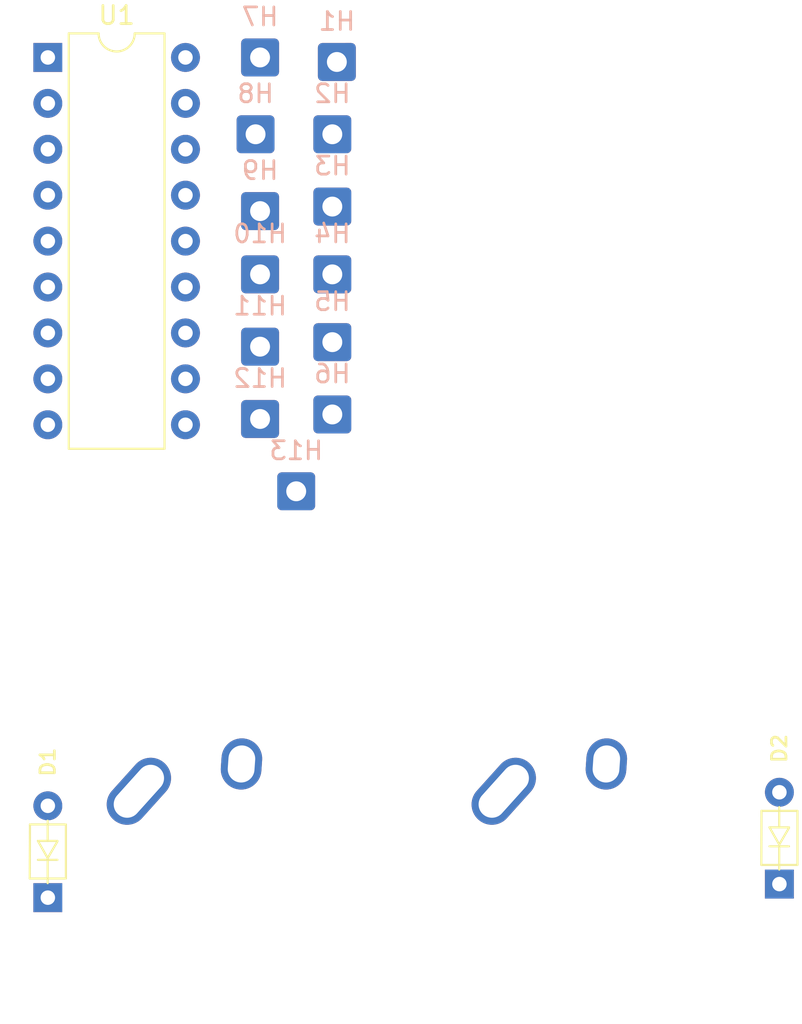
<source format=kicad_pcb>
(kicad_pcb (version 20171130) (host pcbnew "(5.1.6-0-10_14)")

  (general
    (thickness 1.6)
    (drawings 0)
    (tracks 0)
    (zones 0)
    (modules 18)
    (nets 19)
  )

  (page A4)
  (layers
    (0 F.Cu signal)
    (31 B.Cu signal)
    (32 B.Adhes user)
    (33 F.Adhes user)
    (34 B.Paste user)
    (35 F.Paste user)
    (36 B.SilkS user)
    (37 F.SilkS user)
    (38 B.Mask user)
    (39 F.Mask user)
    (40 Dwgs.User user)
    (41 Cmts.User user)
    (42 Eco1.User user)
    (43 Eco2.User user)
    (44 Edge.Cuts user)
    (45 Margin user)
    (46 B.CrtYd user)
    (47 F.CrtYd user)
    (48 B.Fab user hide)
    (49 F.Fab user hide)
  )

  (setup
    (last_trace_width 0.25)
    (trace_clearance 0.2)
    (zone_clearance 0.508)
    (zone_45_only no)
    (trace_min 0.2)
    (via_size 0.8)
    (via_drill 0.4)
    (via_min_size 0.4)
    (via_min_drill 0.3)
    (uvia_size 0.3)
    (uvia_drill 0.1)
    (uvias_allowed no)
    (uvia_min_size 0.2)
    (uvia_min_drill 0.1)
    (edge_width 0.05)
    (segment_width 0.2)
    (pcb_text_width 0.3)
    (pcb_text_size 1.5 1.5)
    (mod_edge_width 0.12)
    (mod_text_size 1 1)
    (mod_text_width 0.15)
    (pad_size 1.524 1.524)
    (pad_drill 0.762)
    (pad_to_mask_clearance 0.05)
    (aux_axis_origin 0 0)
    (visible_elements FFFFFF7F)
    (pcbplotparams
      (layerselection 0x010fc_ffffffff)
      (usegerberextensions false)
      (usegerberattributes true)
      (usegerberadvancedattributes true)
      (creategerberjobfile true)
      (excludeedgelayer true)
      (linewidth 0.100000)
      (plotframeref false)
      (viasonmask false)
      (mode 1)
      (useauxorigin false)
      (hpglpennumber 1)
      (hpglpenspeed 20)
      (hpglpendiameter 15.000000)
      (psnegative false)
      (psa4output false)
      (plotreference true)
      (plotvalue true)
      (plotinvisibletext false)
      (padsonsilk false)
      (subtractmaskfromsilk false)
      (outputformat 1)
      (mirror false)
      (drillshape 1)
      (scaleselection 1)
      (outputdirectory ""))
  )

  (net 0 "")
  (net 1 "Net-(D1-Pad2)")
  (net 2 /Row0)
  (net 3 "Net-(D2-Pad2)")
  (net 4 /VCC)
  (net 5 /SCL)
  (net 6 /SDA)
  (net 7 GND)
  (net 8 /ColE)
  (net 9 /ColF)
  (net 10 /GP2)
  (net 11 /GP3)
  (net 12 /GP4)
  (net 13 /GP5)
  (net 14 /GP6)
  (net 15 /GP7)
  (net 16 "Net-(U1-Pad8)")
  (net 17 "Net-(U1-Pad7)")
  (net 18 +5V)

  (net_class Default "This is the default net class."
    (clearance 0.2)
    (trace_width 0.25)
    (via_dia 0.8)
    (via_drill 0.4)
    (uvia_dia 0.3)
    (uvia_drill 0.1)
    (add_net +5V)
    (add_net /ColE)
    (add_net /ColF)
    (add_net /GP2)
    (add_net /GP3)
    (add_net /GP4)
    (add_net /GP5)
    (add_net /GP6)
    (add_net /GP7)
    (add_net /Row0)
    (add_net /SCL)
    (add_net /SDA)
    (add_net /VCC)
    (add_net GND)
    (add_net "Net-(D1-Pad2)")
    (add_net "Net-(D2-Pad2)")
    (add_net "Net-(U1-Pad7)")
    (add_net "Net-(U1-Pad8)")
  )

  (module Package_DIP:DIP-18_W7.62mm (layer F.Cu) (tedit 5A02E8C5) (tstamp 5F2A36DA)
    (at 134.75 63)
    (descr "18-lead though-hole mounted DIP package, row spacing 7.62 mm (300 mils)")
    (tags "THT DIP DIL PDIP 2.54mm 7.62mm 300mil")
    (path /5F2A27F5)
    (fp_text reference U1 (at 3.81 -2.33) (layer F.SilkS)
      (effects (font (size 1 1) (thickness 0.15)))
    )
    (fp_text value MCP23008-xP (at 3.81 22.65) (layer F.Fab)
      (effects (font (size 1 1) (thickness 0.15)))
    )
    (fp_line (start 8.7 -1.55) (end -1.1 -1.55) (layer F.CrtYd) (width 0.05))
    (fp_line (start 8.7 21.85) (end 8.7 -1.55) (layer F.CrtYd) (width 0.05))
    (fp_line (start -1.1 21.85) (end 8.7 21.85) (layer F.CrtYd) (width 0.05))
    (fp_line (start -1.1 -1.55) (end -1.1 21.85) (layer F.CrtYd) (width 0.05))
    (fp_line (start 6.46 -1.33) (end 4.81 -1.33) (layer F.SilkS) (width 0.12))
    (fp_line (start 6.46 21.65) (end 6.46 -1.33) (layer F.SilkS) (width 0.12))
    (fp_line (start 1.16 21.65) (end 6.46 21.65) (layer F.SilkS) (width 0.12))
    (fp_line (start 1.16 -1.33) (end 1.16 21.65) (layer F.SilkS) (width 0.12))
    (fp_line (start 2.81 -1.33) (end 1.16 -1.33) (layer F.SilkS) (width 0.12))
    (fp_line (start 0.635 -0.27) (end 1.635 -1.27) (layer F.Fab) (width 0.1))
    (fp_line (start 0.635 21.59) (end 0.635 -0.27) (layer F.Fab) (width 0.1))
    (fp_line (start 6.985 21.59) (end 0.635 21.59) (layer F.Fab) (width 0.1))
    (fp_line (start 6.985 -1.27) (end 6.985 21.59) (layer F.Fab) (width 0.1))
    (fp_line (start 1.635 -1.27) (end 6.985 -1.27) (layer F.Fab) (width 0.1))
    (fp_text user %R (at 3.81 10.16) (layer F.Fab)
      (effects (font (size 1 1) (thickness 0.15)))
    )
    (fp_arc (start 3.81 -1.33) (end 2.81 -1.33) (angle -180) (layer F.SilkS) (width 0.12))
    (pad 18 thru_hole oval (at 7.62 0) (size 1.6 1.6) (drill 0.8) (layers *.Cu *.Mask)
      (net 4 /VCC))
    (pad 9 thru_hole oval (at 0 20.32) (size 1.6 1.6) (drill 0.8) (layers *.Cu *.Mask)
      (net 7 GND))
    (pad 17 thru_hole oval (at 7.62 2.54) (size 1.6 1.6) (drill 0.8) (layers *.Cu *.Mask)
      (net 15 /GP7))
    (pad 8 thru_hole oval (at 0 17.78) (size 1.6 1.6) (drill 0.8) (layers *.Cu *.Mask)
      (net 16 "Net-(U1-Pad8)"))
    (pad 16 thru_hole oval (at 7.62 5.08) (size 1.6 1.6) (drill 0.8) (layers *.Cu *.Mask)
      (net 14 /GP6))
    (pad 7 thru_hole oval (at 0 15.24) (size 1.6 1.6) (drill 0.8) (layers *.Cu *.Mask)
      (net 17 "Net-(U1-Pad7)"))
    (pad 15 thru_hole oval (at 7.62 7.62) (size 1.6 1.6) (drill 0.8) (layers *.Cu *.Mask)
      (net 13 /GP5))
    (pad 6 thru_hole oval (at 0 12.7) (size 1.6 1.6) (drill 0.8) (layers *.Cu *.Mask)
      (net 18 +5V))
    (pad 14 thru_hole oval (at 7.62 10.16) (size 1.6 1.6) (drill 0.8) (layers *.Cu *.Mask)
      (net 12 /GP4))
    (pad 5 thru_hole oval (at 0 10.16) (size 1.6 1.6) (drill 0.8) (layers *.Cu *.Mask)
      (net 7 GND))
    (pad 13 thru_hole oval (at 7.62 12.7) (size 1.6 1.6) (drill 0.8) (layers *.Cu *.Mask)
      (net 11 /GP3))
    (pad 4 thru_hole oval (at 0 7.62) (size 1.6 1.6) (drill 0.8) (layers *.Cu *.Mask)
      (net 7 GND))
    (pad 12 thru_hole oval (at 7.62 15.24) (size 1.6 1.6) (drill 0.8) (layers *.Cu *.Mask)
      (net 10 /GP2))
    (pad 3 thru_hole oval (at 0 5.08) (size 1.6 1.6) (drill 0.8) (layers *.Cu *.Mask)
      (net 7 GND))
    (pad 11 thru_hole oval (at 7.62 17.78) (size 1.6 1.6) (drill 0.8) (layers *.Cu *.Mask)
      (net 9 /ColF))
    (pad 2 thru_hole oval (at 0 2.54) (size 1.6 1.6) (drill 0.8) (layers *.Cu *.Mask)
      (net 6 /SDA))
    (pad 10 thru_hole oval (at 7.62 20.32) (size 1.6 1.6) (drill 0.8) (layers *.Cu *.Mask)
      (net 8 /ColE))
    (pad 1 thru_hole rect (at 0 0) (size 1.6 1.6) (drill 0.8) (layers *.Cu *.Mask)
      (net 5 /SCL))
    (model ${KISYS3DMOD}/Package_DIP.3dshapes/DIP-18_W7.62mm.wrl
      (at (xyz 0 0 0))
      (scale (xyz 1 1 1))
      (rotate (xyz 0 0 0))
    )
  )

  (module pin-check-expansion.pretty:MX-1U-NoLED (layer F.Cu) (tedit 5F24F12E) (tstamp 5F2A33FB)
    (at 163.150001 106.875)
    (path /5F2AAF84)
    (fp_text reference SW2 (at 0 3.175) (layer Dwgs.User)
      (effects (font (size 1 1) (thickness 0.15)))
    )
    (fp_text value MX-NoLED (at 0 -7.9375) (layer Dwgs.User)
      (effects (font (size 1 1) (thickness 0.15)))
    )
    (fp_line (start 5 -7) (end 7 -7) (layer Dwgs.User) (width 0.15))
    (fp_line (start 7 -7) (end 7 -5) (layer Dwgs.User) (width 0.15))
    (fp_line (start 5 7) (end 7 7) (layer Dwgs.User) (width 0.15))
    (fp_line (start 7 7) (end 7 5) (layer Dwgs.User) (width 0.15))
    (fp_line (start -7 5) (end -7 7) (layer Dwgs.User) (width 0.15))
    (fp_line (start -7 7) (end -5 7) (layer Dwgs.User) (width 0.15))
    (fp_line (start -5 -7) (end -7 -7) (layer Dwgs.User) (width 0.15))
    (fp_line (start -7 -7) (end -7 -5) (layer Dwgs.User) (width 0.15))
    (fp_line (start -9.525 -9.525) (end 9.525 -9.525) (layer Dwgs.User) (width 0.15))
    (fp_line (start 9.525 -9.525) (end 9.525 9.525) (layer Dwgs.User) (width 0.15))
    (fp_line (start 9.525 9.525) (end -9.525 9.525) (layer Dwgs.User) (width 0.15))
    (fp_line (start -9.525 9.525) (end -9.525 -9.525) (layer Dwgs.User) (width 0.15))
    (pad 2 thru_hole oval (at 2.52 -4.79 86) (size 2.831378 2.25) (drill oval 2.051378 1.48) (layers *.Cu *.Mask)
      (net 9 /ColF))
    (pad 1 thru_hole oval (at -3.16 -3.28 48) (size 4.21 2.25) (drill oval 3.43 1.48) (layers *.Cu *.Mask)
      (net 3 "Net-(D2-Pad2)"))
    (pad "" np_thru_hole circle (at 5.08 0 48.0996) (size 1.75 1.75) (drill 1.75) (layers *.Cu *.Mask))
    (pad "" np_thru_hole circle (at -5.08 0 48.0996) (size 1.75 1.75) (drill 1.75) (layers *.Cu *.Mask))
    (pad "" np_thru_hole circle (at 0 0) (size 3.9878 3.9878) (drill 3.9878) (layers *.Cu *.Mask))
  )

  (module pin-check-expansion.pretty:MX-1U-NoLED (layer F.Cu) (tedit 5F24F12E) (tstamp 5F2A33E6)
    (at 142.950001 106.875)
    (path /5F2A2F7B)
    (fp_text reference SW1 (at 0 3.175) (layer Dwgs.User)
      (effects (font (size 1 1) (thickness 0.15)))
    )
    (fp_text value MX-NoLED (at 0 -7.9375) (layer Dwgs.User)
      (effects (font (size 1 1) (thickness 0.15)))
    )
    (fp_line (start 5 -7) (end 7 -7) (layer Dwgs.User) (width 0.15))
    (fp_line (start 7 -7) (end 7 -5) (layer Dwgs.User) (width 0.15))
    (fp_line (start 5 7) (end 7 7) (layer Dwgs.User) (width 0.15))
    (fp_line (start 7 7) (end 7 5) (layer Dwgs.User) (width 0.15))
    (fp_line (start -7 5) (end -7 7) (layer Dwgs.User) (width 0.15))
    (fp_line (start -7 7) (end -5 7) (layer Dwgs.User) (width 0.15))
    (fp_line (start -5 -7) (end -7 -7) (layer Dwgs.User) (width 0.15))
    (fp_line (start -7 -7) (end -7 -5) (layer Dwgs.User) (width 0.15))
    (fp_line (start -9.525 -9.525) (end 9.525 -9.525) (layer Dwgs.User) (width 0.15))
    (fp_line (start 9.525 -9.525) (end 9.525 9.525) (layer Dwgs.User) (width 0.15))
    (fp_line (start 9.525 9.525) (end -9.525 9.525) (layer Dwgs.User) (width 0.15))
    (fp_line (start -9.525 9.525) (end -9.525 -9.525) (layer Dwgs.User) (width 0.15))
    (pad 2 thru_hole oval (at 2.52 -4.79 86) (size 2.831378 2.25) (drill oval 2.051378 1.48) (layers *.Cu *.Mask)
      (net 8 /ColE))
    (pad 1 thru_hole oval (at -3.16 -3.28 48) (size 4.21 2.25) (drill oval 3.43 1.48) (layers *.Cu *.Mask)
      (net 1 "Net-(D1-Pad2)"))
    (pad "" np_thru_hole circle (at 5.08 0 48.0996) (size 1.75 1.75) (drill 1.75) (layers *.Cu *.Mask))
    (pad "" np_thru_hole circle (at -5.08 0 48.0996) (size 1.75 1.75) (drill 1.75) (layers *.Cu *.Mask))
    (pad "" np_thru_hole circle (at 0 0) (size 3.9878 3.9878) (drill 3.9878) (layers *.Cu *.Mask))
  )

  (module Connector_Wire:SolderWire-0.5sqmm_1x01_D0.9mm_OD2.1mm (layer B.Cu) (tedit 5EB70B43) (tstamp 5F2A33D1)
    (at 148.5 87 180)
    (descr "Soldered wire connection, for a single 0.5 mm² wire, basic insulation, conductor diameter 0.9mm, outer diameter 2.1mm, size source Multi-Contact FLEXI-E 0.5 (https://ec.staubli.com/AcroFiles/Catalogues/TM_Cab-Main-11014119_(en)_hi.pdf), bend radius 3 times outer diameter, generated with kicad-footprint-generator")
    (tags "connector wire 0.5sqmm")
    (path /5F2AB5FF)
    (attr virtual)
    (fp_text reference H13 (at 0 2.25) (layer B.SilkS)
      (effects (font (size 1 1) (thickness 0.15)) (justify mirror))
    )
    (fp_text value MountingHole_Pad (at 0 -2.25) (layer B.Fab)
      (effects (font (size 1 1) (thickness 0.15)) (justify mirror))
    )
    (fp_line (start 1.8 1.55) (end -1.8 1.55) (layer B.CrtYd) (width 0.05))
    (fp_line (start 1.8 -1.55) (end 1.8 1.55) (layer B.CrtYd) (width 0.05))
    (fp_line (start -1.8 -1.55) (end 1.8 -1.55) (layer B.CrtYd) (width 0.05))
    (fp_line (start -1.8 1.55) (end -1.8 -1.55) (layer B.CrtYd) (width 0.05))
    (fp_circle (center 0 0) (end 1.05 0) (layer B.Fab) (width 0.1))
    (fp_text user %R (at 0 0) (layer B.Fab)
      (effects (font (size 0.52 0.52) (thickness 0.08)) (justify mirror))
    )
    (pad 1 thru_hole roundrect (at 0 0 180) (size 2.1 2.1) (drill 1.1) (layers *.Cu *.Mask) (roundrect_rratio 0.119048)
      (net 15 /GP7))
    (model ${KISYS3DMOD}/Connector_Wire.3dshapes/SolderWire-0.5sqmm_1x01_D0.9mm_OD2.1mm.wrl
      (at (xyz 0 0 0))
      (scale (xyz 1 1 1))
      (rotate (xyz 0 0 0))
    )
  )

  (module Connector_Wire:SolderWire-0.5sqmm_1x01_D0.9mm_OD2.1mm (layer B.Cu) (tedit 5EB70B43) (tstamp 5F2A33C6)
    (at 146.5 83 180)
    (descr "Soldered wire connection, for a single 0.5 mm² wire, basic insulation, conductor diameter 0.9mm, outer diameter 2.1mm, size source Multi-Contact FLEXI-E 0.5 (https://ec.staubli.com/AcroFiles/Catalogues/TM_Cab-Main-11014119_(en)_hi.pdf), bend radius 3 times outer diameter, generated with kicad-footprint-generator")
    (tags "connector wire 0.5sqmm")
    (path /5F2AABC6)
    (attr virtual)
    (fp_text reference H12 (at 0 2.25) (layer B.SilkS)
      (effects (font (size 1 1) (thickness 0.15)) (justify mirror))
    )
    (fp_text value MountingHole_Pad (at 0 -2.25) (layer B.Fab)
      (effects (font (size 1 1) (thickness 0.15)) (justify mirror))
    )
    (fp_line (start 1.8 1.55) (end -1.8 1.55) (layer B.CrtYd) (width 0.05))
    (fp_line (start 1.8 -1.55) (end 1.8 1.55) (layer B.CrtYd) (width 0.05))
    (fp_line (start -1.8 -1.55) (end 1.8 -1.55) (layer B.CrtYd) (width 0.05))
    (fp_line (start -1.8 1.55) (end -1.8 -1.55) (layer B.CrtYd) (width 0.05))
    (fp_circle (center 0 0) (end 1.05 0) (layer B.Fab) (width 0.1))
    (fp_text user %R (at 0 0) (layer B.Fab)
      (effects (font (size 0.52 0.52) (thickness 0.08)) (justify mirror))
    )
    (pad 1 thru_hole roundrect (at 0 0 180) (size 2.1 2.1) (drill 1.1) (layers *.Cu *.Mask) (roundrect_rratio 0.119048)
      (net 14 /GP6))
    (model ${KISYS3DMOD}/Connector_Wire.3dshapes/SolderWire-0.5sqmm_1x01_D0.9mm_OD2.1mm.wrl
      (at (xyz 0 0 0))
      (scale (xyz 1 1 1))
      (rotate (xyz 0 0 0))
    )
  )

  (module Connector_Wire:SolderWire-0.5sqmm_1x01_D0.9mm_OD2.1mm (layer B.Cu) (tedit 5EB70B43) (tstamp 5F2A33BB)
    (at 146.5 79 180)
    (descr "Soldered wire connection, for a single 0.5 mm² wire, basic insulation, conductor diameter 0.9mm, outer diameter 2.1mm, size source Multi-Contact FLEXI-E 0.5 (https://ec.staubli.com/AcroFiles/Catalogues/TM_Cab-Main-11014119_(en)_hi.pdf), bend radius 3 times outer diameter, generated with kicad-footprint-generator")
    (tags "connector wire 0.5sqmm")
    (path /5F2AA901)
    (attr virtual)
    (fp_text reference H11 (at 0 2.25) (layer B.SilkS)
      (effects (font (size 1 1) (thickness 0.15)) (justify mirror))
    )
    (fp_text value MountingHole_Pad (at 0 -2.25) (layer B.Fab)
      (effects (font (size 1 1) (thickness 0.15)) (justify mirror))
    )
    (fp_line (start 1.8 1.55) (end -1.8 1.55) (layer B.CrtYd) (width 0.05))
    (fp_line (start 1.8 -1.55) (end 1.8 1.55) (layer B.CrtYd) (width 0.05))
    (fp_line (start -1.8 -1.55) (end 1.8 -1.55) (layer B.CrtYd) (width 0.05))
    (fp_line (start -1.8 1.55) (end -1.8 -1.55) (layer B.CrtYd) (width 0.05))
    (fp_circle (center 0 0) (end 1.05 0) (layer B.Fab) (width 0.1))
    (fp_text user %R (at 0 0) (layer B.Fab)
      (effects (font (size 0.52 0.52) (thickness 0.08)) (justify mirror))
    )
    (pad 1 thru_hole roundrect (at 0 0 180) (size 2.1 2.1) (drill 1.1) (layers *.Cu *.Mask) (roundrect_rratio 0.119048)
      (net 13 /GP5))
    (model ${KISYS3DMOD}/Connector_Wire.3dshapes/SolderWire-0.5sqmm_1x01_D0.9mm_OD2.1mm.wrl
      (at (xyz 0 0 0))
      (scale (xyz 1 1 1))
      (rotate (xyz 0 0 0))
    )
  )

  (module Connector_Wire:SolderWire-0.5sqmm_1x01_D0.9mm_OD2.1mm (layer B.Cu) (tedit 5EB70B43) (tstamp 5F2A33B0)
    (at 146.5 75 180)
    (descr "Soldered wire connection, for a single 0.5 mm² wire, basic insulation, conductor diameter 0.9mm, outer diameter 2.1mm, size source Multi-Contact FLEXI-E 0.5 (https://ec.staubli.com/AcroFiles/Catalogues/TM_Cab-Main-11014119_(en)_hi.pdf), bend radius 3 times outer diameter, generated with kicad-footprint-generator")
    (tags "connector wire 0.5sqmm")
    (path /5F2AA086)
    (attr virtual)
    (fp_text reference H10 (at 0 2.25) (layer B.SilkS)
      (effects (font (size 1 1) (thickness 0.15)) (justify mirror))
    )
    (fp_text value MountingHole_Pad (at 0 -2.25) (layer B.Fab)
      (effects (font (size 1 1) (thickness 0.15)) (justify mirror))
    )
    (fp_line (start 1.8 1.55) (end -1.8 1.55) (layer B.CrtYd) (width 0.05))
    (fp_line (start 1.8 -1.55) (end 1.8 1.55) (layer B.CrtYd) (width 0.05))
    (fp_line (start -1.8 -1.55) (end 1.8 -1.55) (layer B.CrtYd) (width 0.05))
    (fp_line (start -1.8 1.55) (end -1.8 -1.55) (layer B.CrtYd) (width 0.05))
    (fp_circle (center 0 0) (end 1.05 0) (layer B.Fab) (width 0.1))
    (fp_text user %R (at 0 0) (layer B.Fab)
      (effects (font (size 0.52 0.52) (thickness 0.08)) (justify mirror))
    )
    (pad 1 thru_hole roundrect (at 0 0 180) (size 2.1 2.1) (drill 1.1) (layers *.Cu *.Mask) (roundrect_rratio 0.119048)
      (net 12 /GP4))
    (model ${KISYS3DMOD}/Connector_Wire.3dshapes/SolderWire-0.5sqmm_1x01_D0.9mm_OD2.1mm.wrl
      (at (xyz 0 0 0))
      (scale (xyz 1 1 1))
      (rotate (xyz 0 0 0))
    )
  )

  (module Connector_Wire:SolderWire-0.5sqmm_1x01_D0.9mm_OD2.1mm (layer B.Cu) (tedit 5EB70B43) (tstamp 5F2A33A5)
    (at 146.5 71.5 180)
    (descr "Soldered wire connection, for a single 0.5 mm² wire, basic insulation, conductor diameter 0.9mm, outer diameter 2.1mm, size source Multi-Contact FLEXI-E 0.5 (https://ec.staubli.com/AcroFiles/Catalogues/TM_Cab-Main-11014119_(en)_hi.pdf), bend radius 3 times outer diameter, generated with kicad-footprint-generator")
    (tags "connector wire 0.5sqmm")
    (path /5F2A96E2)
    (attr virtual)
    (fp_text reference H9 (at 0 2.25) (layer B.SilkS)
      (effects (font (size 1 1) (thickness 0.15)) (justify mirror))
    )
    (fp_text value MountingHole_Pad (at 0 -2.25) (layer B.Fab)
      (effects (font (size 1 1) (thickness 0.15)) (justify mirror))
    )
    (fp_line (start 1.8 1.55) (end -1.8 1.55) (layer B.CrtYd) (width 0.05))
    (fp_line (start 1.8 -1.55) (end 1.8 1.55) (layer B.CrtYd) (width 0.05))
    (fp_line (start -1.8 -1.55) (end 1.8 -1.55) (layer B.CrtYd) (width 0.05))
    (fp_line (start -1.8 1.55) (end -1.8 -1.55) (layer B.CrtYd) (width 0.05))
    (fp_circle (center 0 0) (end 1.05 0) (layer B.Fab) (width 0.1))
    (fp_text user %R (at 0 0) (layer B.Fab)
      (effects (font (size 0.52 0.52) (thickness 0.08)) (justify mirror))
    )
    (pad 1 thru_hole roundrect (at 0 0 180) (size 2.1 2.1) (drill 1.1) (layers *.Cu *.Mask) (roundrect_rratio 0.119048)
      (net 11 /GP3))
    (model ${KISYS3DMOD}/Connector_Wire.3dshapes/SolderWire-0.5sqmm_1x01_D0.9mm_OD2.1mm.wrl
      (at (xyz 0 0 0))
      (scale (xyz 1 1 1))
      (rotate (xyz 0 0 0))
    )
  )

  (module Connector_Wire:SolderWire-0.5sqmm_1x01_D0.9mm_OD2.1mm (layer B.Cu) (tedit 5EB70B43) (tstamp 5F2A339A)
    (at 146.25 67.25 180)
    (descr "Soldered wire connection, for a single 0.5 mm² wire, basic insulation, conductor diameter 0.9mm, outer diameter 2.1mm, size source Multi-Contact FLEXI-E 0.5 (https://ec.staubli.com/AcroFiles/Catalogues/TM_Cab-Main-11014119_(en)_hi.pdf), bend radius 3 times outer diameter, generated with kicad-footprint-generator")
    (tags "connector wire 0.5sqmm")
    (path /5F2AA2D9)
    (attr virtual)
    (fp_text reference H8 (at 0 2.25) (layer B.SilkS)
      (effects (font (size 1 1) (thickness 0.15)) (justify mirror))
    )
    (fp_text value MountingHole_Pad (at 0 -2.25) (layer B.Fab)
      (effects (font (size 1 1) (thickness 0.15)) (justify mirror))
    )
    (fp_line (start 1.8 1.55) (end -1.8 1.55) (layer B.CrtYd) (width 0.05))
    (fp_line (start 1.8 -1.55) (end 1.8 1.55) (layer B.CrtYd) (width 0.05))
    (fp_line (start -1.8 -1.55) (end 1.8 -1.55) (layer B.CrtYd) (width 0.05))
    (fp_line (start -1.8 1.55) (end -1.8 -1.55) (layer B.CrtYd) (width 0.05))
    (fp_circle (center 0 0) (end 1.05 0) (layer B.Fab) (width 0.1))
    (fp_text user %R (at 0 0) (layer B.Fab)
      (effects (font (size 0.52 0.52) (thickness 0.08)) (justify mirror))
    )
    (pad 1 thru_hole roundrect (at 0 0 180) (size 2.1 2.1) (drill 1.1) (layers *.Cu *.Mask) (roundrect_rratio 0.119048)
      (net 10 /GP2))
    (model ${KISYS3DMOD}/Connector_Wire.3dshapes/SolderWire-0.5sqmm_1x01_D0.9mm_OD2.1mm.wrl
      (at (xyz 0 0 0))
      (scale (xyz 1 1 1))
      (rotate (xyz 0 0 0))
    )
  )

  (module Connector_Wire:SolderWire-0.5sqmm_1x01_D0.9mm_OD2.1mm (layer B.Cu) (tedit 5EB70B43) (tstamp 5F2A338F)
    (at 146.5 63 180)
    (descr "Soldered wire connection, for a single 0.5 mm² wire, basic insulation, conductor diameter 0.9mm, outer diameter 2.1mm, size source Multi-Contact FLEXI-E 0.5 (https://ec.staubli.com/AcroFiles/Catalogues/TM_Cab-Main-11014119_(en)_hi.pdf), bend radius 3 times outer diameter, generated with kicad-footprint-generator")
    (tags "connector wire 0.5sqmm")
    (path /5F2A803B)
    (attr virtual)
    (fp_text reference H7 (at 0 2.25) (layer B.SilkS)
      (effects (font (size 1 1) (thickness 0.15)) (justify mirror))
    )
    (fp_text value MountingHole_Pad (at 0 -2.25) (layer B.Fab)
      (effects (font (size 1 1) (thickness 0.15)) (justify mirror))
    )
    (fp_line (start 1.8 1.55) (end -1.8 1.55) (layer B.CrtYd) (width 0.05))
    (fp_line (start 1.8 -1.55) (end 1.8 1.55) (layer B.CrtYd) (width 0.05))
    (fp_line (start -1.8 -1.55) (end 1.8 -1.55) (layer B.CrtYd) (width 0.05))
    (fp_line (start -1.8 1.55) (end -1.8 -1.55) (layer B.CrtYd) (width 0.05))
    (fp_circle (center 0 0) (end 1.05 0) (layer B.Fab) (width 0.1))
    (fp_text user %R (at 0 0) (layer B.Fab)
      (effects (font (size 0.52 0.52) (thickness 0.08)) (justify mirror))
    )
    (pad 1 thru_hole roundrect (at 0 0 180) (size 2.1 2.1) (drill 1.1) (layers *.Cu *.Mask) (roundrect_rratio 0.119048)
      (net 9 /ColF))
    (model ${KISYS3DMOD}/Connector_Wire.3dshapes/SolderWire-0.5sqmm_1x01_D0.9mm_OD2.1mm.wrl
      (at (xyz 0 0 0))
      (scale (xyz 1 1 1))
      (rotate (xyz 0 0 0))
    )
  )

  (module Connector_Wire:SolderWire-0.5sqmm_1x01_D0.9mm_OD2.1mm (layer B.Cu) (tedit 5EB70B43) (tstamp 5F2A3384)
    (at 150.5 82.75 180)
    (descr "Soldered wire connection, for a single 0.5 mm² wire, basic insulation, conductor diameter 0.9mm, outer diameter 2.1mm, size source Multi-Contact FLEXI-E 0.5 (https://ec.staubli.com/AcroFiles/Catalogues/TM_Cab-Main-11014119_(en)_hi.pdf), bend radius 3 times outer diameter, generated with kicad-footprint-generator")
    (tags "connector wire 0.5sqmm")
    (path /5F2A7BFB)
    (attr virtual)
    (fp_text reference H6 (at 0 2.25) (layer B.SilkS)
      (effects (font (size 1 1) (thickness 0.15)) (justify mirror))
    )
    (fp_text value MountingHole_Pad (at 0 -2.25) (layer B.Fab)
      (effects (font (size 1 1) (thickness 0.15)) (justify mirror))
    )
    (fp_line (start 1.8 1.55) (end -1.8 1.55) (layer B.CrtYd) (width 0.05))
    (fp_line (start 1.8 -1.55) (end 1.8 1.55) (layer B.CrtYd) (width 0.05))
    (fp_line (start -1.8 -1.55) (end 1.8 -1.55) (layer B.CrtYd) (width 0.05))
    (fp_line (start -1.8 1.55) (end -1.8 -1.55) (layer B.CrtYd) (width 0.05))
    (fp_circle (center 0 0) (end 1.05 0) (layer B.Fab) (width 0.1))
    (fp_text user %R (at 0 0) (layer B.Fab)
      (effects (font (size 0.52 0.52) (thickness 0.08)) (justify mirror))
    )
    (pad 1 thru_hole roundrect (at 0 0 180) (size 2.1 2.1) (drill 1.1) (layers *.Cu *.Mask) (roundrect_rratio 0.119048)
      (net 8 /ColE))
    (model ${KISYS3DMOD}/Connector_Wire.3dshapes/SolderWire-0.5sqmm_1x01_D0.9mm_OD2.1mm.wrl
      (at (xyz 0 0 0))
      (scale (xyz 1 1 1))
      (rotate (xyz 0 0 0))
    )
  )

  (module Connector_Wire:SolderWire-0.5sqmm_1x01_D0.9mm_OD2.1mm (layer B.Cu) (tedit 5EB70B43) (tstamp 5F2A3379)
    (at 150.5 78.75 180)
    (descr "Soldered wire connection, for a single 0.5 mm² wire, basic insulation, conductor diameter 0.9mm, outer diameter 2.1mm, size source Multi-Contact FLEXI-E 0.5 (https://ec.staubli.com/AcroFiles/Catalogues/TM_Cab-Main-11014119_(en)_hi.pdf), bend radius 3 times outer diameter, generated with kicad-footprint-generator")
    (tags "connector wire 0.5sqmm")
    (path /5F2A3BBD)
    (attr virtual)
    (fp_text reference H5 (at 0 2.25) (layer B.SilkS)
      (effects (font (size 1 1) (thickness 0.15)) (justify mirror))
    )
    (fp_text value MountingHole_Pad (at 0 -2.25) (layer B.Fab)
      (effects (font (size 1 1) (thickness 0.15)) (justify mirror))
    )
    (fp_line (start 1.8 1.55) (end -1.8 1.55) (layer B.CrtYd) (width 0.05))
    (fp_line (start 1.8 -1.55) (end 1.8 1.55) (layer B.CrtYd) (width 0.05))
    (fp_line (start -1.8 -1.55) (end 1.8 -1.55) (layer B.CrtYd) (width 0.05))
    (fp_line (start -1.8 1.55) (end -1.8 -1.55) (layer B.CrtYd) (width 0.05))
    (fp_circle (center 0 0) (end 1.05 0) (layer B.Fab) (width 0.1))
    (fp_text user %R (at 0 0) (layer B.Fab)
      (effects (font (size 0.52 0.52) (thickness 0.08)) (justify mirror))
    )
    (pad 1 thru_hole roundrect (at 0 0 180) (size 2.1 2.1) (drill 1.1) (layers *.Cu *.Mask) (roundrect_rratio 0.119048)
      (net 2 /Row0))
    (model ${KISYS3DMOD}/Connector_Wire.3dshapes/SolderWire-0.5sqmm_1x01_D0.9mm_OD2.1mm.wrl
      (at (xyz 0 0 0))
      (scale (xyz 1 1 1))
      (rotate (xyz 0 0 0))
    )
  )

  (module Connector_Wire:SolderWire-0.5sqmm_1x01_D0.9mm_OD2.1mm (layer B.Cu) (tedit 5EB70B43) (tstamp 5F2A336E)
    (at 150.5 75 180)
    (descr "Soldered wire connection, for a single 0.5 mm² wire, basic insulation, conductor diameter 0.9mm, outer diameter 2.1mm, size source Multi-Contact FLEXI-E 0.5 (https://ec.staubli.com/AcroFiles/Catalogues/TM_Cab-Main-11014119_(en)_hi.pdf), bend radius 3 times outer diameter, generated with kicad-footprint-generator")
    (tags "connector wire 0.5sqmm")
    (path /5F2A4932)
    (attr virtual)
    (fp_text reference H4 (at 0 2.25) (layer B.SilkS)
      (effects (font (size 1 1) (thickness 0.15)) (justify mirror))
    )
    (fp_text value MountingHole_Pad (at 0 -2.25) (layer B.Fab)
      (effects (font (size 1 1) (thickness 0.15)) (justify mirror))
    )
    (fp_line (start 1.8 1.55) (end -1.8 1.55) (layer B.CrtYd) (width 0.05))
    (fp_line (start 1.8 -1.55) (end 1.8 1.55) (layer B.CrtYd) (width 0.05))
    (fp_line (start -1.8 -1.55) (end 1.8 -1.55) (layer B.CrtYd) (width 0.05))
    (fp_line (start -1.8 1.55) (end -1.8 -1.55) (layer B.CrtYd) (width 0.05))
    (fp_circle (center 0 0) (end 1.05 0) (layer B.Fab) (width 0.1))
    (fp_text user %R (at 0 0) (layer B.Fab)
      (effects (font (size 0.52 0.52) (thickness 0.08)) (justify mirror))
    )
    (pad 1 thru_hole roundrect (at 0 0 180) (size 2.1 2.1) (drill 1.1) (layers *.Cu *.Mask) (roundrect_rratio 0.119048)
      (net 7 GND))
    (model ${KISYS3DMOD}/Connector_Wire.3dshapes/SolderWire-0.5sqmm_1x01_D0.9mm_OD2.1mm.wrl
      (at (xyz 0 0 0))
      (scale (xyz 1 1 1))
      (rotate (xyz 0 0 0))
    )
  )

  (module Connector_Wire:SolderWire-0.5sqmm_1x01_D0.9mm_OD2.1mm (layer B.Cu) (tedit 5EB70B43) (tstamp 5F2A3363)
    (at 150.5 71.25 180)
    (descr "Soldered wire connection, for a single 0.5 mm² wire, basic insulation, conductor diameter 0.9mm, outer diameter 2.1mm, size source Multi-Contact FLEXI-E 0.5 (https://ec.staubli.com/AcroFiles/Catalogues/TM_Cab-Main-11014119_(en)_hi.pdf), bend radius 3 times outer diameter, generated with kicad-footprint-generator")
    (tags "connector wire 0.5sqmm")
    (path /5F2A45D5)
    (attr virtual)
    (fp_text reference H3 (at 0 2.25) (layer B.SilkS)
      (effects (font (size 1 1) (thickness 0.15)) (justify mirror))
    )
    (fp_text value MountingHole_Pad (at 0 -2.25) (layer B.Fab)
      (effects (font (size 1 1) (thickness 0.15)) (justify mirror))
    )
    (fp_line (start 1.8 1.55) (end -1.8 1.55) (layer B.CrtYd) (width 0.05))
    (fp_line (start 1.8 -1.55) (end 1.8 1.55) (layer B.CrtYd) (width 0.05))
    (fp_line (start -1.8 -1.55) (end 1.8 -1.55) (layer B.CrtYd) (width 0.05))
    (fp_line (start -1.8 1.55) (end -1.8 -1.55) (layer B.CrtYd) (width 0.05))
    (fp_circle (center 0 0) (end 1.05 0) (layer B.Fab) (width 0.1))
    (fp_text user %R (at 0 0) (layer B.Fab)
      (effects (font (size 0.52 0.52) (thickness 0.08)) (justify mirror))
    )
    (pad 1 thru_hole roundrect (at 0 0 180) (size 2.1 2.1) (drill 1.1) (layers *.Cu *.Mask) (roundrect_rratio 0.119048)
      (net 6 /SDA))
    (model ${KISYS3DMOD}/Connector_Wire.3dshapes/SolderWire-0.5sqmm_1x01_D0.9mm_OD2.1mm.wrl
      (at (xyz 0 0 0))
      (scale (xyz 1 1 1))
      (rotate (xyz 0 0 0))
    )
  )

  (module Connector_Wire:SolderWire-0.5sqmm_1x01_D0.9mm_OD2.1mm (layer B.Cu) (tedit 5EB70B43) (tstamp 5F2A3358)
    (at 150.5 67.25 180)
    (descr "Soldered wire connection, for a single 0.5 mm² wire, basic insulation, conductor diameter 0.9mm, outer diameter 2.1mm, size source Multi-Contact FLEXI-E 0.5 (https://ec.staubli.com/AcroFiles/Catalogues/TM_Cab-Main-11014119_(en)_hi.pdf), bend radius 3 times outer diameter, generated with kicad-footprint-generator")
    (tags "connector wire 0.5sqmm")
    (path /5F2A3F9E)
    (attr virtual)
    (fp_text reference H2 (at 0 2.25) (layer B.SilkS)
      (effects (font (size 1 1) (thickness 0.15)) (justify mirror))
    )
    (fp_text value MountingHole_Pad (at 0 -2.25) (layer B.Fab)
      (effects (font (size 1 1) (thickness 0.15)) (justify mirror))
    )
    (fp_line (start 1.8 1.55) (end -1.8 1.55) (layer B.CrtYd) (width 0.05))
    (fp_line (start 1.8 -1.55) (end 1.8 1.55) (layer B.CrtYd) (width 0.05))
    (fp_line (start -1.8 -1.55) (end 1.8 -1.55) (layer B.CrtYd) (width 0.05))
    (fp_line (start -1.8 1.55) (end -1.8 -1.55) (layer B.CrtYd) (width 0.05))
    (fp_circle (center 0 0) (end 1.05 0) (layer B.Fab) (width 0.1))
    (fp_text user %R (at 0 0) (layer B.Fab)
      (effects (font (size 0.52 0.52) (thickness 0.08)) (justify mirror))
    )
    (pad 1 thru_hole roundrect (at 0 0 180) (size 2.1 2.1) (drill 1.1) (layers *.Cu *.Mask) (roundrect_rratio 0.119048)
      (net 5 /SCL))
    (model ${KISYS3DMOD}/Connector_Wire.3dshapes/SolderWire-0.5sqmm_1x01_D0.9mm_OD2.1mm.wrl
      (at (xyz 0 0 0))
      (scale (xyz 1 1 1))
      (rotate (xyz 0 0 0))
    )
  )

  (module Connector_Wire:SolderWire-0.5sqmm_1x01_D0.9mm_OD2.1mm (layer B.Cu) (tedit 5EB70B43) (tstamp 5F2A334D)
    (at 150.75 63.25 180)
    (descr "Soldered wire connection, for a single 0.5 mm² wire, basic insulation, conductor diameter 0.9mm, outer diameter 2.1mm, size source Multi-Contact FLEXI-E 0.5 (https://ec.staubli.com/AcroFiles/Catalogues/TM_Cab-Main-11014119_(en)_hi.pdf), bend radius 3 times outer diameter, generated with kicad-footprint-generator")
    (tags "connector wire 0.5sqmm")
    (path /5F2A4C8F)
    (attr virtual)
    (fp_text reference H1 (at 0 2.25) (layer B.SilkS)
      (effects (font (size 1 1) (thickness 0.15)) (justify mirror))
    )
    (fp_text value MountingHole_Pad (at 0 -2.25) (layer B.Fab)
      (effects (font (size 1 1) (thickness 0.15)) (justify mirror))
    )
    (fp_line (start 1.8 1.55) (end -1.8 1.55) (layer B.CrtYd) (width 0.05))
    (fp_line (start 1.8 -1.55) (end 1.8 1.55) (layer B.CrtYd) (width 0.05))
    (fp_line (start -1.8 -1.55) (end 1.8 -1.55) (layer B.CrtYd) (width 0.05))
    (fp_line (start -1.8 1.55) (end -1.8 -1.55) (layer B.CrtYd) (width 0.05))
    (fp_circle (center 0 0) (end 1.05 0) (layer B.Fab) (width 0.1))
    (fp_text user %R (at 0 0) (layer B.Fab)
      (effects (font (size 0.52 0.52) (thickness 0.08)) (justify mirror))
    )
    (pad 1 thru_hole roundrect (at 0 0 180) (size 2.1 2.1) (drill 1.1) (layers *.Cu *.Mask) (roundrect_rratio 0.119048)
      (net 4 /VCC))
    (model ${KISYS3DMOD}/Connector_Wire.3dshapes/SolderWire-0.5sqmm_1x01_D0.9mm_OD2.1mm.wrl
      (at (xyz 0 0 0))
      (scale (xyz 1 1 1))
      (rotate (xyz 0 0 0))
    )
  )

  (module pin-check-expansion.pretty:D_DO-35_SOD27_P5.08mm_Horizontal (layer F.Cu) (tedit 5F138540) (tstamp 5F2A3342)
    (at 175.25 110 90)
    (descr "Diode, DO-35_SOD27 series, Axial, Horizontal, pin pitch=7.62mm, , length*diameter=4*2mm^2, , http://www.diodes.com/_files/packages/DO-35.pdf")
    (tags "Diode DO-35_SOD27 series Axial Horizontal pin pitch 7.62mm  length 4mm diameter 2mm")
    (path /5F2A7155)
    (fp_text reference D2 (at 8.77 0 90) (layer F.SilkS)
      (effects (font (size 0.8 0.8) (thickness 0.15)))
    )
    (fp_text value D (at 3.81 2.12 90) (layer F.Fab)
      (effects (font (size 1 1) (thickness 0.15)))
    )
    (fp_line (start 3.36 0.53) (end 3.36 -0.55) (layer F.SilkS) (width 0.12))
    (fp_line (start 4.41 0.53) (end 4.41 -0.55) (layer F.SilkS) (width 0.12))
    (fp_line (start 3.47 0) (end 4.38 0.53) (layer F.SilkS) (width 0.12))
    (fp_line (start 3.46 -0.01) (end 4.41 -0.55) (layer F.SilkS) (width 0.12))
    (fp_line (start 1.81 -1) (end 1.81 1) (layer F.Fab) (width 0.1))
    (fp_line (start 1.81 1) (end 5.81 1) (layer F.Fab) (width 0.1))
    (fp_line (start 5.81 1) (end 5.81 -1) (layer F.Fab) (width 0.1))
    (fp_line (start 5.81 -1) (end 1.81 -1) (layer F.Fab) (width 0.1))
    (fp_line (start 0.25 0) (end 1.81 0) (layer F.Fab) (width 0.1))
    (fp_line (start 7.37 0) (end 5.81 0) (layer F.Fab) (width 0.1))
    (fp_line (start 2.41 -1) (end 2.41 1) (layer F.Fab) (width 0.1))
    (fp_line (start 2.51 -1) (end 2.51 1) (layer F.Fab) (width 0.1))
    (fp_line (start 2.31 -1) (end 2.31 1) (layer F.Fab) (width 0.1))
    (fp_line (start 2.33 1) (end 2.33 -1) (layer F.SilkS) (width 0.12))
    (fp_line (start 2.07 -0.01) (end 3.35 -0.01) (layer F.SilkS) (width 0.12))
    (fp_line (start 5.53 -0.01) (end 4.41 -0.01) (layer F.SilkS) (width 0.12))
    (fp_line (start 0.22 -1.25) (end 0.22 1.25) (layer F.CrtYd) (width 0.05))
    (fp_line (start 0.22 1.25) (end 7.4 1.25) (layer F.CrtYd) (width 0.05))
    (fp_line (start 7.4 1.25) (end 7.4 -1.25) (layer F.CrtYd) (width 0.05))
    (fp_line (start 7.4 -1.25) (end 0.22 -1.25) (layer F.CrtYd) (width 0.05))
    (fp_line (start 5.32 1) (end 5.32 -0.99) (layer F.SilkS) (width 0.12))
    (fp_line (start 2.33 -1) (end 5.32 -0.99) (layer F.SilkS) (width 0.12))
    (fp_line (start 2.34 1) (end 5.31 1) (layer F.SilkS) (width 0.12))
    (fp_text user K (at 0 -1.8 90) (layer F.Fab)
      (effects (font (size 1 1) (thickness 0.15)))
    )
    (fp_text user %R (at 4.11 0 90) (layer F.Fab)
      (effects (font (size 0.8 0.8) (thickness 0.12)))
    )
    (pad 2 thru_hole oval (at 6.35 0 90) (size 1.6 1.6) (drill 0.8) (layers *.Cu *.Mask)
      (net 3 "Net-(D2-Pad2)"))
    (pad 1 thru_hole rect (at 1.27 0 90) (size 1.6 1.6) (drill 0.8) (layers *.Cu *.Mask)
      (net 2 /Row0))
    (model ${KISYS3DMOD}/Diode_THT.3dshapes/D_DO-35_SOD27_P5.08mm_Horizontal.step
      (offset (xyz 1.3 0 0))
      (scale (xyz 1 1 1))
      (rotate (xyz 0 0 0))
    )
  )

  (module pin-check-expansion.pretty:D_DO-35_SOD27_P5.08mm_Horizontal (layer F.Cu) (tedit 5F138540) (tstamp 5F2A3322)
    (at 134.75 110.75 90)
    (descr "Diode, DO-35_SOD27 series, Axial, Horizontal, pin pitch=7.62mm, , length*diameter=4*2mm^2, , http://www.diodes.com/_files/packages/DO-35.pdf")
    (tags "Diode DO-35_SOD27 series Axial Horizontal pin pitch 7.62mm  length 4mm diameter 2mm")
    (path /5F2A655E)
    (fp_text reference D1 (at 8.77 0 90) (layer F.SilkS)
      (effects (font (size 0.8 0.8) (thickness 0.15)))
    )
    (fp_text value D (at 3.81 2.12 90) (layer F.Fab)
      (effects (font (size 1 1) (thickness 0.15)))
    )
    (fp_line (start 3.36 0.53) (end 3.36 -0.55) (layer F.SilkS) (width 0.12))
    (fp_line (start 4.41 0.53) (end 4.41 -0.55) (layer F.SilkS) (width 0.12))
    (fp_line (start 3.47 0) (end 4.38 0.53) (layer F.SilkS) (width 0.12))
    (fp_line (start 3.46 -0.01) (end 4.41 -0.55) (layer F.SilkS) (width 0.12))
    (fp_line (start 1.81 -1) (end 1.81 1) (layer F.Fab) (width 0.1))
    (fp_line (start 1.81 1) (end 5.81 1) (layer F.Fab) (width 0.1))
    (fp_line (start 5.81 1) (end 5.81 -1) (layer F.Fab) (width 0.1))
    (fp_line (start 5.81 -1) (end 1.81 -1) (layer F.Fab) (width 0.1))
    (fp_line (start 0.25 0) (end 1.81 0) (layer F.Fab) (width 0.1))
    (fp_line (start 7.37 0) (end 5.81 0) (layer F.Fab) (width 0.1))
    (fp_line (start 2.41 -1) (end 2.41 1) (layer F.Fab) (width 0.1))
    (fp_line (start 2.51 -1) (end 2.51 1) (layer F.Fab) (width 0.1))
    (fp_line (start 2.31 -1) (end 2.31 1) (layer F.Fab) (width 0.1))
    (fp_line (start 2.33 1) (end 2.33 -1) (layer F.SilkS) (width 0.12))
    (fp_line (start 2.07 -0.01) (end 3.35 -0.01) (layer F.SilkS) (width 0.12))
    (fp_line (start 5.53 -0.01) (end 4.41 -0.01) (layer F.SilkS) (width 0.12))
    (fp_line (start 0.22 -1.25) (end 0.22 1.25) (layer F.CrtYd) (width 0.05))
    (fp_line (start 0.22 1.25) (end 7.4 1.25) (layer F.CrtYd) (width 0.05))
    (fp_line (start 7.4 1.25) (end 7.4 -1.25) (layer F.CrtYd) (width 0.05))
    (fp_line (start 7.4 -1.25) (end 0.22 -1.25) (layer F.CrtYd) (width 0.05))
    (fp_line (start 5.32 1) (end 5.32 -0.99) (layer F.SilkS) (width 0.12))
    (fp_line (start 2.33 -1) (end 5.32 -0.99) (layer F.SilkS) (width 0.12))
    (fp_line (start 2.34 1) (end 5.31 1) (layer F.SilkS) (width 0.12))
    (fp_text user K (at 0 -1.8 90) (layer F.Fab)
      (effects (font (size 1 1) (thickness 0.15)))
    )
    (fp_text user %R (at 4.11 0 90) (layer F.Fab)
      (effects (font (size 0.8 0.8) (thickness 0.12)))
    )
    (pad 2 thru_hole oval (at 6.35 0 90) (size 1.6 1.6) (drill 0.8) (layers *.Cu *.Mask)
      (net 1 "Net-(D1-Pad2)"))
    (pad 1 thru_hole rect (at 1.27 0 90) (size 1.6 1.6) (drill 0.8) (layers *.Cu *.Mask)
      (net 2 /Row0))
    (model ${KISYS3DMOD}/Diode_THT.3dshapes/D_DO-35_SOD27_P5.08mm_Horizontal.step
      (offset (xyz 1.3 0 0))
      (scale (xyz 1 1 1))
      (rotate (xyz 0 0 0))
    )
  )

)

</source>
